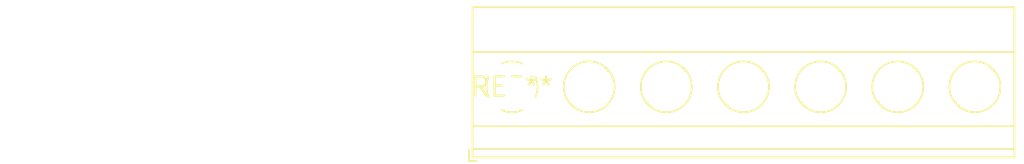
<source format=kicad_pcb>
(kicad_pcb (version 20240108) (generator pcbnew)
  (layers (0 "F.Cu" signal) (31 "B.Cu" signal) (34 "B.Paste" user) (35 "F.Paste" user) (36 "B.SilkS" user "B.Silkscreen") (37 "F.SilkS" user "F.Silkscreen") (38 "B.Mask" user) (39 "F.Mask" user) (44 "Edge.Cuts" user))
  (net 0 "")
  (footprint "TerminalBlock_Phoenix_MKDS-1,5-7-5.08_1x07_P5.08mm_Horizontal" (layer "F.Cu") (at 0 0)
    (property "Reference" "REF**")
    (property "Value" "TerminalBlock_Phoenix_MKDS-1,5-7-5.08_1x07_P5.08mm_Horizontal")
    (fp_line (start -2.84 4.16) (end -2.84 4.9) (layer "F.SilkS") (stroke (width 0.12)))
    (fp_line (start -2.84 4.9) (end -2.34 4.9) (layer "F.SilkS") (stroke (width 0.12)))
    (fp_line (start -2.6 -5.261) (end -2.6 4.66) (layer "F.SilkS") (stroke (width 0.12)))
    (fp_line (start -2.6 -5.261) (end 33.08 -5.261) (layer "F.SilkS") (stroke (width 0.12)))
    (fp_line (start -2.6 -2.301) (end 33.08 -2.301) (layer "F.SilkS") (stroke (width 0.12)))
    (fp_line (start -2.6 2.6) (end 33.08 2.6) (layer "F.SilkS") (stroke (width 0.12)))
    (fp_line (start -2.6 4.1) (end 33.08 4.1) (layer "F.SilkS") (stroke (width 0.12)))
    (fp_line (start -2.6 4.66) (end 33.08 4.66) (layer "F.SilkS") (stroke (width 0.12)))
    (fp_line (start 3.853 1.023) (end 3.806 1.069) (layer "F.SilkS") (stroke (width 0.12)))
    (fp_line (start 4.046 1.239) (end 4.011 1.274) (layer "F.SilkS") (stroke (width 0.12)))
    (fp_line (start 6.15 -1.275) (end 6.115 -1.239) (layer "F.SilkS") (stroke (width 0.12)))
    (fp_line (start 6.355 -1.069) (end 6.308 -1.023) (layer "F.SilkS") (stroke (width 0.12)))
    (fp_line (start 8.933 1.023) (end 8.886 1.069) (layer "F.SilkS") (stroke (width 0.12)))
    (fp_line (start 9.126 1.239) (end 9.091 1.274) (layer "F.SilkS") (stroke (width 0.12)))
    (fp_line (start 11.23 -1.275) (end 11.195 -1.239) (layer "F.SilkS") (stroke (width 0.12)))
    (fp_line (start 11.435 -1.069) (end 11.388 -1.023) (layer "F.SilkS") (stroke (width 0.12)))
    (fp_line (start 14.013 1.023) (end 13.966 1.069) (layer "F.SilkS") (stroke (width 0.12)))
    (fp_line (start 14.206 1.239) (end 14.171 1.274) (layer "F.SilkS") (stroke (width 0.12)))
    (fp_line (start 16.31 -1.275) (end 16.275 -1.239) (layer "F.SilkS") (stroke (width 0.12)))
    (fp_line (start 16.515 -1.069) (end 16.468 -1.023) (layer "F.SilkS") (stroke (width 0.12)))
    (fp_line (start 19.093 1.023) (end 19.046 1.069) (layer "F.SilkS") (stroke (width 0.12)))
    (fp_line (start 19.286 1.239) (end 19.251 1.274) (layer "F.SilkS") (stroke (width 0.12)))
    (fp_line (start 21.39 -1.275) (end 21.355 -1.239) (layer "F.SilkS") (stroke (width 0.12)))
    (fp_line (start 21.595 -1.069) (end 21.548 -1.023) (layer "F.SilkS") (stroke (width 0.12)))
    (fp_line (start 24.173 1.023) (end 24.126 1.069) (layer "F.SilkS") (stroke (width 0.12)))
    (fp_line (start 24.366 1.239) (end 24.331 1.274) (layer "F.SilkS") (stroke (width 0.12)))
    (fp_line (start 26.47 -1.275) (end 26.435 -1.239) (layer "F.SilkS") (stroke (width 0.12)))
    (fp_line (start 26.675 -1.069) (end 26.628 -1.023) (layer "F.SilkS") (stroke (width 0.12)))
    (fp_line (start 29.253 1.023) (end 29.206 1.069) (layer "F.SilkS") (stroke (width 0.12)))
    (fp_line (start 29.446 1.239) (end 29.411 1.274) (layer "F.SilkS") (stroke (width 0.12)))
    (fp_line (start 31.55 -1.275) (end 31.515 -1.239) (layer "F.SilkS") (stroke (width 0.12)))
    (fp_line (start 31.755 -1.069) (end 31.708 -1.023) (layer "F.SilkS") (stroke (width 0.12)))
    (fp_line (start 33.08 -5.261) (end 33.08 4.66) (layer "F.SilkS") (stroke (width 0.12)))
    (fp_arc (start -1.535427 0.683042) (mid -1.680501 -0.000524) (end -1.535 -0.684) (layer "F.SilkS") (stroke (width 0.12)))
    (fp_arc (start -0.683042 -1.535427) (mid 0.000524 -1.680501) (end 0.684 -1.535) (layer "F.SilkS") (stroke (width 0.12)))
    (fp_arc (start 0.028805 1.680253) (mid -0.335551 1.646659) (end -0.684 1.535) (layer "F.SilkS") (stroke (width 0.12)))
    (fp_arc (start 0.683318 1.534756) (mid 0.349292 1.643288) (end 0 1.68) (layer "F.SilkS") (stroke (width 0.12)))
    (fp_arc (start 1.535427 -0.683042) (mid 1.680501 0.000524) (end 1.535 0.684) (layer "F.SilkS") (stroke (width 0.12)))
    (fp_circle (center 5.08 0) (end 6.76 0) (layer "F.SilkS") (stroke (width 0.12)) (fill none))
    (fp_circle (center 10.16 0) (end 11.84 0) (layer "F.SilkS") (stroke (width 0.12)) (fill none))
    (fp_circle (center 15.24 0) (end 16.92 0) (layer "F.SilkS") (stroke (width 0.12)) (fill none))
    (fp_circle (center 20.32 0) (end 22 0) (layer "F.SilkS") (stroke (width 0.12)) (fill none))
    (fp_circle (center 25.4 0) (end 27.08 0) (layer "F.SilkS") (stroke (width 0.12)) (fill none))
    (fp_circle (center 30.48 0) (end 32.16 0) (layer "F.SilkS") (stroke (width 0.12)) (fill none))
    (pad "1" thru_hole rect (at 0 0) (size 2.6 2.6) (drill 1.3) (layers *.Cu *.Mask) (remove_unused_layers))
    (pad "2" thru_hole circle (at 5.08 0) (size 2.6 2.6) (drill 1.3) (layers *.Cu *.Mask) (remove_unused_layers))
    (pad "3" thru_hole circle (at 10.16 0) (size 2.6 2.6) (drill 1.3) (layers *.Cu *.Mask) (remove_unused_layers))
    (pad "4" thru_hole circle (at 15.24 0) (size 2.6 2.6) (drill 1.3) (layers *.Cu *.Mask) (remove_unused_layers))
    (pad "5" thru_hole circle (at 20.32 0) (size 2.6 2.6) (drill 1.3) (layers *.Cu *.Mask) (remove_unused_layers))
    (pad "6" thru_hole circle (at 25.4 0) (size 2.6 2.6) (drill 1.3) (layers *.Cu *.Mask) (remove_unused_layers))
    (pad "7" thru_hole circle (at 30.48 0) (size 2.6 2.6) (drill 1.3) (layers *.Cu *.Mask) (remove_unused_layers))
  )
)
</source>
